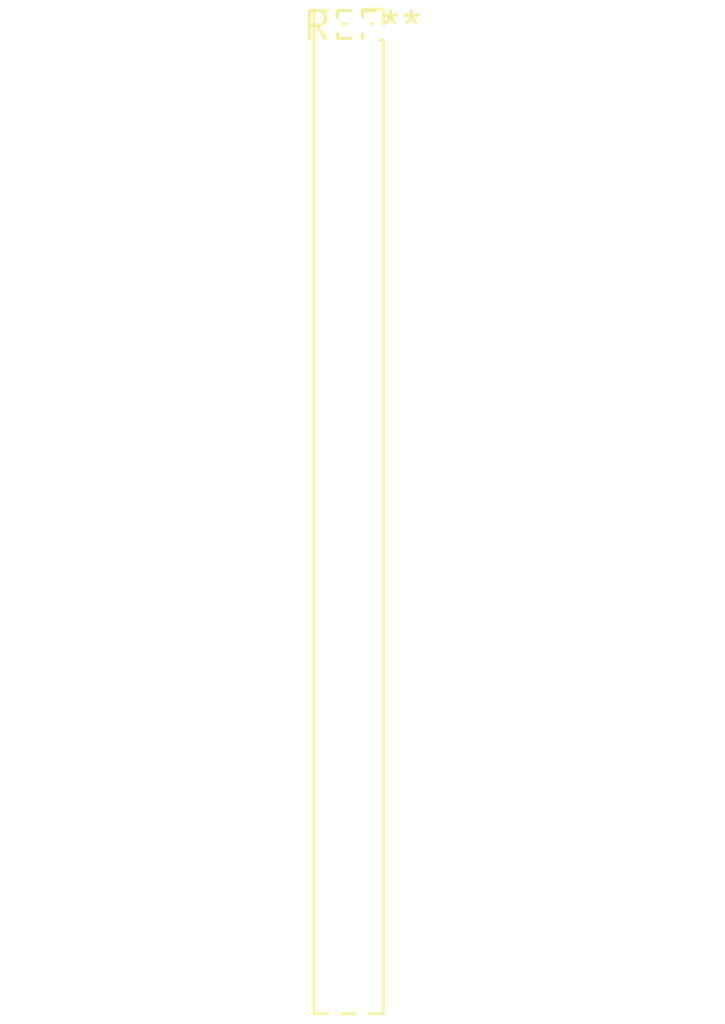
<source format=kicad_pcb>
(kicad_pcb (version 20240108) (generator pcbnew)
  (layers (0 "F.Cu" signal) (31 "B.Cu" signal) (34 "B.Paste" user) (35 "F.Paste" user) (36 "B.SilkS" user "B.Silkscreen") (37 "F.SilkS" user "F.Silkscreen") (38 "B.Mask" user) (39 "F.Mask" user) (44 "Edge.Cuts" user))
  (net 0 "")
  (footprint "PinSocket_2x36_P1.27mm_Vertical" (layer "F.Cu") (at 0 0)
    (property "Reference" "REF**")
    (property "Value" "PinSocket_2x36_P1.27mm_Vertical")
    (fp_line (start -2.22 -0.695) (end -2.22 45.145) (layer "F.SilkS") (stroke (width 0.12)))
    (fp_line (start -2.22 -0.695) (end -1.57753 -0.695) (layer "F.SilkS") (stroke (width 0.12)))
    (fp_line (start -2.22 45.145) (end -1.57753 45.145) (layer "F.SilkS") (stroke (width 0.12)))
    (fp_line (start -0.96247 -0.695) (end -0.76 -0.695) (layer "F.SilkS") (stroke (width 0.12)))
    (fp_line (start -0.96247 45.145) (end -0.30753 45.145) (layer "F.SilkS") (stroke (width 0.12)))
    (fp_line (start 0 -0.76) (end 0.95 -0.76) (layer "F.SilkS") (stroke (width 0.12)))
    (fp_line (start 0.30753 45.145) (end 0.95 45.145) (layer "F.SilkS") (stroke (width 0.12)))
    (fp_line (start 0.76 0.635) (end 0.95 0.635) (layer "F.SilkS") (stroke (width 0.12)))
    (fp_line (start 0.95 -0.76) (end 0.95 0) (layer "F.SilkS") (stroke (width 0.12)))
    (fp_line (start 0.95 0.635) (end 0.95 45.145) (layer "F.SilkS") (stroke (width 0.12)))
    (pad "1" thru_hole rect (at 0 0) (size 1 1) (drill 0.7) (layers *.Cu *.Mask) (remove_unused_layers))
    (pad "2" thru_hole oval (at -1.27 0) (size 1 1) (drill 0.7) (layers *.Cu *.Mask) (remove_unused_layers))
    (pad "3" thru_hole oval (at 0 1.27) (size 1 1) (drill 0.7) (layers *.Cu *.Mask) (remove_unused_layers))
    (pad "4" thru_hole oval (at -1.27 1.27) (size 1 1) (drill 0.7) (layers *.Cu *.Mask) (remove_unused_layers))
    (pad "5" thru_hole oval (at 0 2.54) (size 1 1) (drill 0.7) (layers *.Cu *.Mask) (remove_unused_layers))
    (pad "6" thru_hole oval (at -1.27 2.54) (size 1 1) (drill 0.7) (layers *.Cu *.Mask) (remove_unused_layers))
    (pad "7" thru_hole oval (at 0 3.81) (size 1 1) (drill 0.7) (layers *.Cu *.Mask) (remove_unused_layers))
    (pad "8" thru_hole oval (at -1.27 3.81) (size 1 1) (drill 0.7) (layers *.Cu *.Mask) (remove_unused_layers))
    (pad "9" thru_hole oval (at 0 5.08) (size 1 1) (drill 0.7) (layers *.Cu *.Mask) (remove_unused_layers))
    (pad "10" thru_hole oval (at -1.27 5.08) (size 1 1) (drill 0.7) (layers *.Cu *.Mask) (remove_unused_layers))
    (pad "11" thru_hole oval (at 0 6.35) (size 1 1) (drill 0.7) (layers *.Cu *.Mask) (remove_unused_layers))
    (pad "12" thru_hole oval (at -1.27 6.35) (size 1 1) (drill 0.7) (layers *.Cu *.Mask) (remove_unused_layers))
    (pad "13" thru_hole oval (at 0 7.62) (size 1 1) (drill 0.7) (layers *.Cu *.Mask) (remove_unused_layers))
    (pad "14" thru_hole oval (at -1.27 7.62) (size 1 1) (drill 0.7) (layers *.Cu *.Mask) (remove_unused_layers))
    (pad "15" thru_hole oval (at 0 8.89) (size 1 1) (drill 0.7) (layers *.Cu *.Mask) (remove_unused_layers))
    (pad "16" thru_hole oval (at -1.27 8.89) (size 1 1) (drill 0.7) (layers *.Cu *.Mask) (remove_unused_layers))
    (pad "17" thru_hole oval (at 0 10.16) (size 1 1) (drill 0.7) (layers *.Cu *.Mask) (remove_unused_layers))
    (pad "18" thru_hole oval (at -1.27 10.16) (size 1 1) (drill 0.7) (layers *.Cu *.Mask) (remove_unused_layers))
    (pad "19" thru_hole oval (at 0 11.43) (size 1 1) (drill 0.7) (layers *.Cu *.Mask) (remove_unused_layers))
    (pad "20" thru_hole oval (at -1.27 11.43) (size 1 1) (drill 0.7) (layers *.Cu *.Mask) (remove_unused_layers))
    (pad "21" thru_hole oval (at 0 12.7) (size 1 1) (drill 0.7) (layers *.Cu *.Mask) (remove_unused_layers))
    (pad "22" thru_hole oval (at -1.27 12.7) (size 1 1) (drill 0.7) (layers *.Cu *.Mask) (remove_unused_layers))
    (pad "23" thru_hole oval (at 0 13.97) (size 1 1) (drill 0.7) (layers *.Cu *.Mask) (remove_unused_layers))
    (pad "24" thru_hole oval (at -1.27 13.97) (size 1 1) (drill 0.7) (layers *.Cu *.Mask) (remove_unused_layers))
    (pad "25" thru_hole oval (at 0 15.24) (size 1 1) (drill 0.7) (layers *.Cu *.Mask) (remove_unused_layers))
    (pad "26" thru_hole oval (at -1.27 15.24) (size 1 1) (drill 0.7) (layers *.Cu *.Mask) (remove_unused_layers))
    (pad "27" thru_hole oval (at 0 16.51) (size 1 1) (drill 0.7) (layers *.Cu *.Mask) (remove_unused_layers))
    (pad "28" thru_hole oval (at -1.27 16.51) (size 1 1) (drill 0.7) (layers *.Cu *.Mask) (remove_unused_layers))
    (pad "29" thru_hole oval (at 0 17.78) (size 1 1) (drill 0.7) (layers *.Cu *.Mask) (remove_unused_layers))
    (pad "30" thru_hole oval (at -1.27 17.78) (size 1 1) (drill 0.7) (layers *.Cu *.Mask) (remove_unused_layers))
    (pad "31" thru_hole oval (at 0 19.05) (size 1 1) (drill 0.7) (layers *.Cu *.Mask) (remove_unused_layers))
    (pad "32" thru_hole oval (at -1.27 19.05) (size 1 1) (drill 0.7) (layers *.Cu *.Mask) (remove_unused_layers))
    (pad "33" thru_hole oval (at 0 20.32) (size 1 1) (drill 0.7) (layers *.Cu *.Mask) (remove_unused_layers))
    (pad "34" thru_hole oval (at -1.27 20.32) (size 1 1) (drill 0.7) (layers *.Cu *.Mask) (remove_unused_layers))
    (pad "35" thru_hole oval (at 0 21.59) (size 1 1) (drill 0.7) (layers *.Cu *.Mask) (remove_unused_layers))
    (pad "36" thru_hole oval (at -1.27 21.59) (size 1 1) (drill 0.7) (layers *.Cu *.Mask) (remove_unused_layers))
    (pad "37" thru_hole oval (at 0 22.86) (size 1 1) (drill 0.7) (layers *.Cu *.Mask) (remove_unused_layers))
    (pad "38" thru_hole oval (at -1.27 22.86) (size 1 1) (drill 0.7) (layers *.Cu *.Mask) (remove_unused_layers))
    (pad "39" thru_hole oval (at 0 24.13) (size 1 1) (drill 0.7) (layers *.Cu *.Mask) (remove_unused_layers))
    (pad "40" thru_hole oval (at -1.27 24.13) (size 1 1) (drill 0.7) (layers *.Cu *.Mask) (remove_unused_layers))
    (pad "41" thru_hole oval (at 0 25.4) (size 1 1) (drill 0.7) (layers *.Cu *.Mask) (remove_unused_layers))
    (pad "42" thru_hole oval (at -1.27 25.4) (size 1 1) (drill 0.7) (layers *.Cu *.Mask) (remove_unused_layers))
    (pad "43" thru_hole oval (at 0 26.67) (size 1 1) (drill 0.7) (layers *.Cu *.Mask) (remove_unused_layers))
    (pad "44" thru_hole oval (at -1.27 26.67) (size 1 1) (drill 0.7) (layers *.Cu *.Mask) (remove_unused_layers))
    (pad "45" thru_hole oval (at 0 27.94) (size 1 1) (drill 0.7) (layers *.Cu *.Mask) (remove_unused_layers))
    (pad "46" thru_hole oval (at -1.27 27.94) (size 1 1) (drill 0.7) (layers *.Cu *.Mask) (remove_unused_layers))
    (pad "47" thru_hole oval (at 0 29.21) (size 1 1) (drill 0.7) (layers *.Cu *.Mask) (remove_unused_layers))
    (pad "48" thru_hole oval (at -1.27 29.21) (size 1 1) (drill 0.7) (layers *.Cu *.Mask) (remove_unused_layers))
    (pad "49" thru_hole oval (at 0 30.48) (size 1 1) (drill 0.7) (layers *.Cu *.Mask) (remove_unused_layers))
    (pad "50" thru_hole oval (at -1.27 30.48) (size 1 1) (drill 0.7) (layers *.Cu *.Mask) (remove_unused_layers))
    (pad "51" thru_hole oval (at 0 31.75) (size 1 1) (drill 0.7) (layers *.Cu *.Mask) (remove_unused_layers))
    (pad "52" thru_hole oval (at -1.27 31.75) (size 1 1) (drill 0.7) (layers *.Cu *.Mask) (remove_unused_layers))
    (pad "53" thru_hole oval (at 0 33.02) (size 1 1) (drill 0.7) (layers *.Cu *.Mask) (remove_unused_layers))
    (pad "54" thru_hole oval (at -1.27 33.02) (size 1 1) (drill 0.7) (layers *.Cu *.Mask) (remove_unused_layers))
    (pad "55" thru_hole oval (at 0 34.29) (size 1 1) (drill 0.7) (layers *.Cu *.Mask) (remove_unused_layers))
    (pad "56" thru_hole oval (at -1.27 34.29) (size 1 1) (drill 0.7) (layers *.Cu *.Mask) (remove_unused_layers))
    (pad "57" thru_hole oval (at 0 35.56) (size 1 1) (drill 0.7) (layers *.Cu *.Mask) (remove_unused_layers))
    (pad "58" thru_hole oval (at -1.27 35.56) (size 1 1) (drill 0.7) (layers *.Cu *.Mask) (remove_unused_layers))
    (pad "59" thru_hole oval (at 0 36.83) (size 1 1) (drill 0.7) (layers *.Cu *.Mask) (remove_unused_layers))
    (pad "60" thru_hole oval (at -1.27 36.83) (size 1 1) (drill 0.7) (layers *.Cu *.Mask) (remove_unused_layers))
    (pad "61" thru_hole oval (at 0 38.1) (size 1 1) (drill 0.7) (layers *.Cu *.Mask) (remove_unused_layers))
    (pad "62" thru_hole oval (at -1.27 38.1) (size 1 1) (drill 0.7) (layers *.Cu *.Mask) (remove_unused_layers))
    (pad "63" thru_hole oval (at 0 39.37) (size 1 1) (drill 0.7) (layers *.Cu *.Mask) (remove_unused_layers))
    (pad "64" thru_hole oval (at -1.27 39.37) (size 1 1) (drill 0.7) (layers *.Cu *.Mask) (remove_unused_layers))
    (pad "65" thru_hole oval (at 0 40.64) (size 1 1) (drill 0.7) (layers *.Cu *.Mask) (remove_unused_layers))
    (pad "66" thru_hole oval (at -1.27 40.64) (size 1 1) (drill 0.7) (layers *.Cu *.Mask) (remove_unused_layers))
    (pad "67" thru_hole oval (at 0 41.91) (size 1 1) (drill 0.7) (layers *.Cu *.Mask) (remove_unused_layers))
    (pad "68" thru_hole oval (at -1.27 41.91) (size 1 1) (drill 0.7) (layers *.Cu *.Mask) (remove_unused_layers))
    (pad "69" thru_hole oval (at 0 43.18) (size 1 1) (drill 0.7) (layers *.Cu *.Mask) (remove_unused_layers))
    (pad "70" thru_hole oval (at -1.27 43.18) (size 1 1) (drill 0.7) (layers *.Cu *.Mask) (remove_unused_layers))
    (pad "71" thru_hole oval (at 0 44.45) (size 1 1) (drill 0.7) (layers *.Cu *.Mask) (remove_unused_layers))
    (pad "72" thru_hole oval (at -1.27 44.45) (size 1 1) (drill 0.7) (layers *.Cu *.Mask) (remove_unused_layers))
  )
)
</source>
